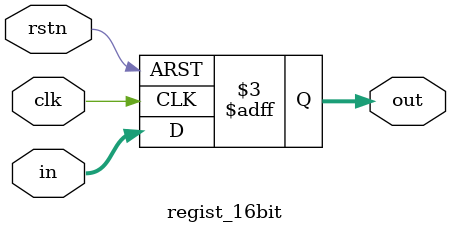
<source format=v>

module regist_16bit(
//-----input-----
  clk,
  rstn,
  in,
//-----output-----
  out
);

input clk;
input rstn;
input [15:0]in;
output [15:0]out;
reg [15:0]out;

always@(posedge clk or negedge rstn)
begin
  if(!rstn)
    begin
      out<=16'b0;
    end
  else
    begin
      out<=in;
    end
end

endmodule

</source>
